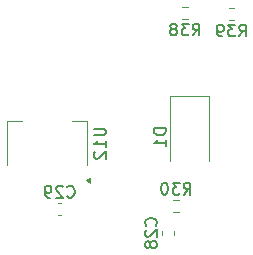
<source format=gbr>
%TF.GenerationSoftware,KiCad,Pcbnew,8.0.1*%
%TF.CreationDate,2024-11-10T18:35:02+01:00*%
%TF.ProjectId,Weather,57656174-6865-4722-9e6b-696361645f70,1.0*%
%TF.SameCoordinates,Original*%
%TF.FileFunction,Legend,Bot*%
%TF.FilePolarity,Positive*%
%FSLAX46Y46*%
G04 Gerber Fmt 4.6, Leading zero omitted, Abs format (unit mm)*
G04 Created by KiCad (PCBNEW 8.0.1) date 2024-11-10 18:35:02*
%MOMM*%
%LPD*%
G01*
G04 APERTURE LIST*
%ADD10C,0.150000*%
%ADD11C,0.120000*%
G04 APERTURE END LIST*
D10*
X66822057Y-67772419D02*
X67155390Y-67296228D01*
X67393485Y-67772419D02*
X67393485Y-66772419D01*
X67393485Y-66772419D02*
X67012533Y-66772419D01*
X67012533Y-66772419D02*
X66917295Y-66820038D01*
X66917295Y-66820038D02*
X66869676Y-66867657D01*
X66869676Y-66867657D02*
X66822057Y-66962895D01*
X66822057Y-66962895D02*
X66822057Y-67105752D01*
X66822057Y-67105752D02*
X66869676Y-67200990D01*
X66869676Y-67200990D02*
X66917295Y-67248609D01*
X66917295Y-67248609D02*
X67012533Y-67296228D01*
X67012533Y-67296228D02*
X67393485Y-67296228D01*
X66488723Y-66772419D02*
X65869676Y-66772419D01*
X65869676Y-66772419D02*
X66203009Y-67153371D01*
X66203009Y-67153371D02*
X66060152Y-67153371D01*
X66060152Y-67153371D02*
X65964914Y-67200990D01*
X65964914Y-67200990D02*
X65917295Y-67248609D01*
X65917295Y-67248609D02*
X65869676Y-67343847D01*
X65869676Y-67343847D02*
X65869676Y-67581942D01*
X65869676Y-67581942D02*
X65917295Y-67677180D01*
X65917295Y-67677180D02*
X65964914Y-67724800D01*
X65964914Y-67724800D02*
X66060152Y-67772419D01*
X66060152Y-67772419D02*
X66345866Y-67772419D01*
X66345866Y-67772419D02*
X66441104Y-67724800D01*
X66441104Y-67724800D02*
X66488723Y-67677180D01*
X65393485Y-67772419D02*
X65203009Y-67772419D01*
X65203009Y-67772419D02*
X65107771Y-67724800D01*
X65107771Y-67724800D02*
X65060152Y-67677180D01*
X65060152Y-67677180D02*
X64964914Y-67534323D01*
X64964914Y-67534323D02*
X64917295Y-67343847D01*
X64917295Y-67343847D02*
X64917295Y-66962895D01*
X64917295Y-66962895D02*
X64964914Y-66867657D01*
X64964914Y-66867657D02*
X65012533Y-66820038D01*
X65012533Y-66820038D02*
X65107771Y-66772419D01*
X65107771Y-66772419D02*
X65298247Y-66772419D01*
X65298247Y-66772419D02*
X65393485Y-66820038D01*
X65393485Y-66820038D02*
X65441104Y-66867657D01*
X65441104Y-66867657D02*
X65488723Y-66962895D01*
X65488723Y-66962895D02*
X65488723Y-67200990D01*
X65488723Y-67200990D02*
X65441104Y-67296228D01*
X65441104Y-67296228D02*
X65393485Y-67343847D01*
X65393485Y-67343847D02*
X65298247Y-67391466D01*
X65298247Y-67391466D02*
X65107771Y-67391466D01*
X65107771Y-67391466D02*
X65012533Y-67343847D01*
X65012533Y-67343847D02*
X64964914Y-67296228D01*
X64964914Y-67296228D02*
X64917295Y-67200990D01*
X62885057Y-67696219D02*
X63218390Y-67220028D01*
X63456485Y-67696219D02*
X63456485Y-66696219D01*
X63456485Y-66696219D02*
X63075533Y-66696219D01*
X63075533Y-66696219D02*
X62980295Y-66743838D01*
X62980295Y-66743838D02*
X62932676Y-66791457D01*
X62932676Y-66791457D02*
X62885057Y-66886695D01*
X62885057Y-66886695D02*
X62885057Y-67029552D01*
X62885057Y-67029552D02*
X62932676Y-67124790D01*
X62932676Y-67124790D02*
X62980295Y-67172409D01*
X62980295Y-67172409D02*
X63075533Y-67220028D01*
X63075533Y-67220028D02*
X63456485Y-67220028D01*
X62551723Y-66696219D02*
X61932676Y-66696219D01*
X61932676Y-66696219D02*
X62266009Y-67077171D01*
X62266009Y-67077171D02*
X62123152Y-67077171D01*
X62123152Y-67077171D02*
X62027914Y-67124790D01*
X62027914Y-67124790D02*
X61980295Y-67172409D01*
X61980295Y-67172409D02*
X61932676Y-67267647D01*
X61932676Y-67267647D02*
X61932676Y-67505742D01*
X61932676Y-67505742D02*
X61980295Y-67600980D01*
X61980295Y-67600980D02*
X62027914Y-67648600D01*
X62027914Y-67648600D02*
X62123152Y-67696219D01*
X62123152Y-67696219D02*
X62408866Y-67696219D01*
X62408866Y-67696219D02*
X62504104Y-67648600D01*
X62504104Y-67648600D02*
X62551723Y-67600980D01*
X61361247Y-67124790D02*
X61456485Y-67077171D01*
X61456485Y-67077171D02*
X61504104Y-67029552D01*
X61504104Y-67029552D02*
X61551723Y-66934314D01*
X61551723Y-66934314D02*
X61551723Y-66886695D01*
X61551723Y-66886695D02*
X61504104Y-66791457D01*
X61504104Y-66791457D02*
X61456485Y-66743838D01*
X61456485Y-66743838D02*
X61361247Y-66696219D01*
X61361247Y-66696219D02*
X61170771Y-66696219D01*
X61170771Y-66696219D02*
X61075533Y-66743838D01*
X61075533Y-66743838D02*
X61027914Y-66791457D01*
X61027914Y-66791457D02*
X60980295Y-66886695D01*
X60980295Y-66886695D02*
X60980295Y-66934314D01*
X60980295Y-66934314D02*
X61027914Y-67029552D01*
X61027914Y-67029552D02*
X61075533Y-67077171D01*
X61075533Y-67077171D02*
X61170771Y-67124790D01*
X61170771Y-67124790D02*
X61361247Y-67124790D01*
X61361247Y-67124790D02*
X61456485Y-67172409D01*
X61456485Y-67172409D02*
X61504104Y-67220028D01*
X61504104Y-67220028D02*
X61551723Y-67315266D01*
X61551723Y-67315266D02*
X61551723Y-67505742D01*
X61551723Y-67505742D02*
X61504104Y-67600980D01*
X61504104Y-67600980D02*
X61456485Y-67648600D01*
X61456485Y-67648600D02*
X61361247Y-67696219D01*
X61361247Y-67696219D02*
X61170771Y-67696219D01*
X61170771Y-67696219D02*
X61075533Y-67648600D01*
X61075533Y-67648600D02*
X61027914Y-67600980D01*
X61027914Y-67600980D02*
X60980295Y-67505742D01*
X60980295Y-67505742D02*
X60980295Y-67315266D01*
X60980295Y-67315266D02*
X61027914Y-67220028D01*
X61027914Y-67220028D02*
X61075533Y-67172409D01*
X61075533Y-67172409D02*
X61170771Y-67124790D01*
X62123057Y-81168419D02*
X62456390Y-80692228D01*
X62694485Y-81168419D02*
X62694485Y-80168419D01*
X62694485Y-80168419D02*
X62313533Y-80168419D01*
X62313533Y-80168419D02*
X62218295Y-80216038D01*
X62218295Y-80216038D02*
X62170676Y-80263657D01*
X62170676Y-80263657D02*
X62123057Y-80358895D01*
X62123057Y-80358895D02*
X62123057Y-80501752D01*
X62123057Y-80501752D02*
X62170676Y-80596990D01*
X62170676Y-80596990D02*
X62218295Y-80644609D01*
X62218295Y-80644609D02*
X62313533Y-80692228D01*
X62313533Y-80692228D02*
X62694485Y-80692228D01*
X61789723Y-80168419D02*
X61170676Y-80168419D01*
X61170676Y-80168419D02*
X61504009Y-80549371D01*
X61504009Y-80549371D02*
X61361152Y-80549371D01*
X61361152Y-80549371D02*
X61265914Y-80596990D01*
X61265914Y-80596990D02*
X61218295Y-80644609D01*
X61218295Y-80644609D02*
X61170676Y-80739847D01*
X61170676Y-80739847D02*
X61170676Y-80977942D01*
X61170676Y-80977942D02*
X61218295Y-81073180D01*
X61218295Y-81073180D02*
X61265914Y-81120800D01*
X61265914Y-81120800D02*
X61361152Y-81168419D01*
X61361152Y-81168419D02*
X61646866Y-81168419D01*
X61646866Y-81168419D02*
X61742104Y-81120800D01*
X61742104Y-81120800D02*
X61789723Y-81073180D01*
X60551628Y-80168419D02*
X60456390Y-80168419D01*
X60456390Y-80168419D02*
X60361152Y-80216038D01*
X60361152Y-80216038D02*
X60313533Y-80263657D01*
X60313533Y-80263657D02*
X60265914Y-80358895D01*
X60265914Y-80358895D02*
X60218295Y-80549371D01*
X60218295Y-80549371D02*
X60218295Y-80787466D01*
X60218295Y-80787466D02*
X60265914Y-80977942D01*
X60265914Y-80977942D02*
X60313533Y-81073180D01*
X60313533Y-81073180D02*
X60361152Y-81120800D01*
X60361152Y-81120800D02*
X60456390Y-81168419D01*
X60456390Y-81168419D02*
X60551628Y-81168419D01*
X60551628Y-81168419D02*
X60646866Y-81120800D01*
X60646866Y-81120800D02*
X60694485Y-81073180D01*
X60694485Y-81073180D02*
X60742104Y-80977942D01*
X60742104Y-80977942D02*
X60789723Y-80787466D01*
X60789723Y-80787466D02*
X60789723Y-80549371D01*
X60789723Y-80549371D02*
X60742104Y-80358895D01*
X60742104Y-80358895D02*
X60694485Y-80263657D01*
X60694485Y-80263657D02*
X60646866Y-80216038D01*
X60646866Y-80216038D02*
X60551628Y-80168419D01*
X60591219Y-75563505D02*
X59591219Y-75563505D01*
X59591219Y-75563505D02*
X59591219Y-75801600D01*
X59591219Y-75801600D02*
X59638838Y-75944457D01*
X59638838Y-75944457D02*
X59734076Y-76039695D01*
X59734076Y-76039695D02*
X59829314Y-76087314D01*
X59829314Y-76087314D02*
X60019790Y-76134933D01*
X60019790Y-76134933D02*
X60162647Y-76134933D01*
X60162647Y-76134933D02*
X60353123Y-76087314D01*
X60353123Y-76087314D02*
X60448361Y-76039695D01*
X60448361Y-76039695D02*
X60543600Y-75944457D01*
X60543600Y-75944457D02*
X60591219Y-75801600D01*
X60591219Y-75801600D02*
X60591219Y-75563505D01*
X60591219Y-77087314D02*
X60591219Y-76515886D01*
X60591219Y-76801600D02*
X59591219Y-76801600D01*
X59591219Y-76801600D02*
X59734076Y-76706362D01*
X59734076Y-76706362D02*
X59829314Y-76611124D01*
X59829314Y-76611124D02*
X59876933Y-76515886D01*
X52255657Y-81327180D02*
X52303276Y-81374800D01*
X52303276Y-81374800D02*
X52446133Y-81422419D01*
X52446133Y-81422419D02*
X52541371Y-81422419D01*
X52541371Y-81422419D02*
X52684228Y-81374800D01*
X52684228Y-81374800D02*
X52779466Y-81279561D01*
X52779466Y-81279561D02*
X52827085Y-81184323D01*
X52827085Y-81184323D02*
X52874704Y-80993847D01*
X52874704Y-80993847D02*
X52874704Y-80850990D01*
X52874704Y-80850990D02*
X52827085Y-80660514D01*
X52827085Y-80660514D02*
X52779466Y-80565276D01*
X52779466Y-80565276D02*
X52684228Y-80470038D01*
X52684228Y-80470038D02*
X52541371Y-80422419D01*
X52541371Y-80422419D02*
X52446133Y-80422419D01*
X52446133Y-80422419D02*
X52303276Y-80470038D01*
X52303276Y-80470038D02*
X52255657Y-80517657D01*
X51874704Y-80517657D02*
X51827085Y-80470038D01*
X51827085Y-80470038D02*
X51731847Y-80422419D01*
X51731847Y-80422419D02*
X51493752Y-80422419D01*
X51493752Y-80422419D02*
X51398514Y-80470038D01*
X51398514Y-80470038D02*
X51350895Y-80517657D01*
X51350895Y-80517657D02*
X51303276Y-80612895D01*
X51303276Y-80612895D02*
X51303276Y-80708133D01*
X51303276Y-80708133D02*
X51350895Y-80850990D01*
X51350895Y-80850990D02*
X51922323Y-81422419D01*
X51922323Y-81422419D02*
X51303276Y-81422419D01*
X50827085Y-81422419D02*
X50636609Y-81422419D01*
X50636609Y-81422419D02*
X50541371Y-81374800D01*
X50541371Y-81374800D02*
X50493752Y-81327180D01*
X50493752Y-81327180D02*
X50398514Y-81184323D01*
X50398514Y-81184323D02*
X50350895Y-80993847D01*
X50350895Y-80993847D02*
X50350895Y-80612895D01*
X50350895Y-80612895D02*
X50398514Y-80517657D01*
X50398514Y-80517657D02*
X50446133Y-80470038D01*
X50446133Y-80470038D02*
X50541371Y-80422419D01*
X50541371Y-80422419D02*
X50731847Y-80422419D01*
X50731847Y-80422419D02*
X50827085Y-80470038D01*
X50827085Y-80470038D02*
X50874704Y-80517657D01*
X50874704Y-80517657D02*
X50922323Y-80612895D01*
X50922323Y-80612895D02*
X50922323Y-80850990D01*
X50922323Y-80850990D02*
X50874704Y-80946228D01*
X50874704Y-80946228D02*
X50827085Y-80993847D01*
X50827085Y-80993847D02*
X50731847Y-81041466D01*
X50731847Y-81041466D02*
X50541371Y-81041466D01*
X50541371Y-81041466D02*
X50446133Y-80993847D01*
X50446133Y-80993847D02*
X50398514Y-80946228D01*
X50398514Y-80946228D02*
X50350895Y-80850990D01*
X59750180Y-83792142D02*
X59797800Y-83744523D01*
X59797800Y-83744523D02*
X59845419Y-83601666D01*
X59845419Y-83601666D02*
X59845419Y-83506428D01*
X59845419Y-83506428D02*
X59797800Y-83363571D01*
X59797800Y-83363571D02*
X59702561Y-83268333D01*
X59702561Y-83268333D02*
X59607323Y-83220714D01*
X59607323Y-83220714D02*
X59416847Y-83173095D01*
X59416847Y-83173095D02*
X59273990Y-83173095D01*
X59273990Y-83173095D02*
X59083514Y-83220714D01*
X59083514Y-83220714D02*
X58988276Y-83268333D01*
X58988276Y-83268333D02*
X58893038Y-83363571D01*
X58893038Y-83363571D02*
X58845419Y-83506428D01*
X58845419Y-83506428D02*
X58845419Y-83601666D01*
X58845419Y-83601666D02*
X58893038Y-83744523D01*
X58893038Y-83744523D02*
X58940657Y-83792142D01*
X58940657Y-84173095D02*
X58893038Y-84220714D01*
X58893038Y-84220714D02*
X58845419Y-84315952D01*
X58845419Y-84315952D02*
X58845419Y-84554047D01*
X58845419Y-84554047D02*
X58893038Y-84649285D01*
X58893038Y-84649285D02*
X58940657Y-84696904D01*
X58940657Y-84696904D02*
X59035895Y-84744523D01*
X59035895Y-84744523D02*
X59131133Y-84744523D01*
X59131133Y-84744523D02*
X59273990Y-84696904D01*
X59273990Y-84696904D02*
X59845419Y-84125476D01*
X59845419Y-84125476D02*
X59845419Y-84744523D01*
X59273990Y-85315952D02*
X59226371Y-85220714D01*
X59226371Y-85220714D02*
X59178752Y-85173095D01*
X59178752Y-85173095D02*
X59083514Y-85125476D01*
X59083514Y-85125476D02*
X59035895Y-85125476D01*
X59035895Y-85125476D02*
X58940657Y-85173095D01*
X58940657Y-85173095D02*
X58893038Y-85220714D01*
X58893038Y-85220714D02*
X58845419Y-85315952D01*
X58845419Y-85315952D02*
X58845419Y-85506428D01*
X58845419Y-85506428D02*
X58893038Y-85601666D01*
X58893038Y-85601666D02*
X58940657Y-85649285D01*
X58940657Y-85649285D02*
X59035895Y-85696904D01*
X59035895Y-85696904D02*
X59083514Y-85696904D01*
X59083514Y-85696904D02*
X59178752Y-85649285D01*
X59178752Y-85649285D02*
X59226371Y-85601666D01*
X59226371Y-85601666D02*
X59273990Y-85506428D01*
X59273990Y-85506428D02*
X59273990Y-85315952D01*
X59273990Y-85315952D02*
X59321609Y-85220714D01*
X59321609Y-85220714D02*
X59369228Y-85173095D01*
X59369228Y-85173095D02*
X59464466Y-85125476D01*
X59464466Y-85125476D02*
X59654942Y-85125476D01*
X59654942Y-85125476D02*
X59750180Y-85173095D01*
X59750180Y-85173095D02*
X59797800Y-85220714D01*
X59797800Y-85220714D02*
X59845419Y-85315952D01*
X59845419Y-85315952D02*
X59845419Y-85506428D01*
X59845419Y-85506428D02*
X59797800Y-85601666D01*
X59797800Y-85601666D02*
X59750180Y-85649285D01*
X59750180Y-85649285D02*
X59654942Y-85696904D01*
X59654942Y-85696904D02*
X59464466Y-85696904D01*
X59464466Y-85696904D02*
X59369228Y-85649285D01*
X59369228Y-85649285D02*
X59321609Y-85601666D01*
X59321609Y-85601666D02*
X59273990Y-85506428D01*
X54500819Y-75596905D02*
X55310342Y-75596905D01*
X55310342Y-75596905D02*
X55405580Y-75644524D01*
X55405580Y-75644524D02*
X55453200Y-75692143D01*
X55453200Y-75692143D02*
X55500819Y-75787381D01*
X55500819Y-75787381D02*
X55500819Y-75977857D01*
X55500819Y-75977857D02*
X55453200Y-76073095D01*
X55453200Y-76073095D02*
X55405580Y-76120714D01*
X55405580Y-76120714D02*
X55310342Y-76168333D01*
X55310342Y-76168333D02*
X54500819Y-76168333D01*
X55500819Y-77168333D02*
X55500819Y-76596905D01*
X55500819Y-76882619D02*
X54500819Y-76882619D01*
X54500819Y-76882619D02*
X54643676Y-76787381D01*
X54643676Y-76787381D02*
X54738914Y-76692143D01*
X54738914Y-76692143D02*
X54786533Y-76596905D01*
X54596057Y-77549286D02*
X54548438Y-77596905D01*
X54548438Y-77596905D02*
X54500819Y-77692143D01*
X54500819Y-77692143D02*
X54500819Y-77930238D01*
X54500819Y-77930238D02*
X54548438Y-78025476D01*
X54548438Y-78025476D02*
X54596057Y-78073095D01*
X54596057Y-78073095D02*
X54691295Y-78120714D01*
X54691295Y-78120714D02*
X54786533Y-78120714D01*
X54786533Y-78120714D02*
X54929390Y-78073095D01*
X54929390Y-78073095D02*
X55500819Y-77501667D01*
X55500819Y-77501667D02*
X55500819Y-78120714D01*
D11*
%TO.C,R39*%
X66416458Y-65365100D02*
X65941942Y-65365100D01*
X66416458Y-66410100D02*
X65941942Y-66410100D01*
%TO.C,R38*%
X62479458Y-65288900D02*
X62004942Y-65288900D01*
X62479458Y-66333900D02*
X62004942Y-66333900D01*
%TO.C,R30*%
X61242942Y-81621100D02*
X61717458Y-81621100D01*
X61242942Y-82666100D02*
X61717458Y-82666100D01*
%TO.C,D1*%
X60986400Y-78301600D02*
X60986400Y-72791600D01*
X64286400Y-72791600D02*
X60986400Y-72791600D01*
X64286400Y-78301600D02*
X64286400Y-72791600D01*
%TO.C,C29*%
X51472220Y-81887600D02*
X51753380Y-81887600D01*
X51472220Y-82907600D02*
X51753380Y-82907600D01*
%TO.C,C28*%
X60310600Y-84575580D02*
X60310600Y-84294420D01*
X61330600Y-84575580D02*
X61330600Y-84294420D01*
%TO.C,U12*%
X47136000Y-74925000D02*
X47136000Y-78685000D01*
X48396000Y-74925000D02*
X47136000Y-74925000D01*
X52696000Y-74925000D02*
X53956000Y-74925000D01*
X53956000Y-74925000D02*
X53956000Y-78685000D01*
X54186000Y-80205000D02*
X53856000Y-79965000D01*
X54186000Y-79725000D01*
X54186000Y-80205000D01*
G36*
X54186000Y-80205000D02*
G01*
X53856000Y-79965000D01*
X54186000Y-79725000D01*
X54186000Y-80205000D01*
G37*
%TD*%
M02*

</source>
